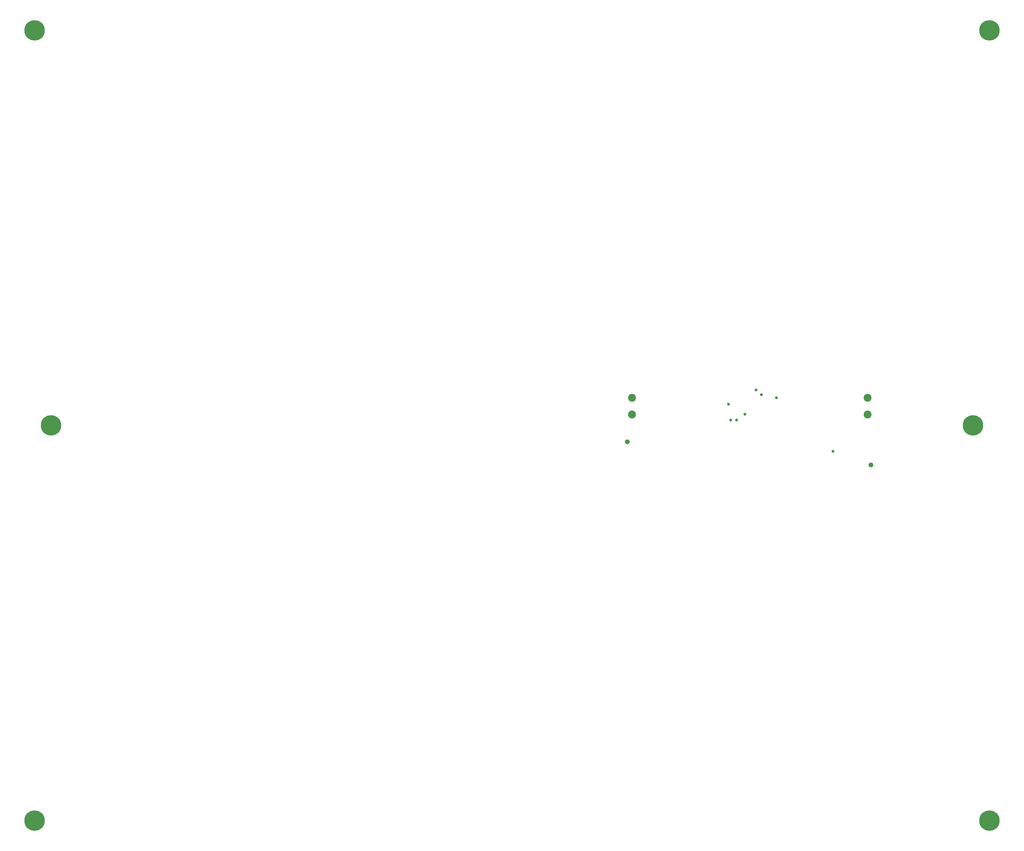
<source format=gbs>
%TF.GenerationSoftware,Altium Limited,Altium Designer,23.5.1 (21)*%
G04 Layer_Color=16711935*
%FSLAX45Y45*%
%MOMM*%
%TF.SameCoordinates,ED6B03CD-4E78-4A82-B30E-A0459FBAF731*%
%TF.FilePolarity,Negative*%
%TF.FileFunction,Soldermask,Bot*%
%TF.Part,Single*%
G01*
G75*
%TA.AperFunction,ViaPad*%
%ADD38C,6.20320*%
%TA.AperFunction,ComponentPad*%
%ADD39C,2.40320*%
%TA.AperFunction,ViaPad*%
%ADD40C,1.47320*%
%ADD41C,0.90320*%
D38*
X500000Y24500000D02*
D03*
X1000000Y12500000D02*
D03*
X29000000D02*
D03*
X500000Y500000D02*
D03*
X29500000D02*
D03*
Y24500000D02*
D03*
D39*
X18645000Y12831999D02*
D03*
Y13339999D02*
D03*
X25795001Y12831999D02*
D03*
Y13339999D02*
D03*
D40*
X25900000Y11300000D02*
D03*
X18500000Y12000000D02*
D03*
D41*
X24748988Y11712084D02*
D03*
X22070000Y12839999D02*
D03*
X22568126Y13438148D02*
D03*
X23030000Y13339999D02*
D03*
X22412701Y13575816D02*
D03*
X21570000Y13150000D02*
D03*
X21820000Y12660000D02*
D03*
X21639999D02*
D03*
%TF.MD5,261fa78951d0a70f8f7e15deb54de9e6*%
M02*

</source>
